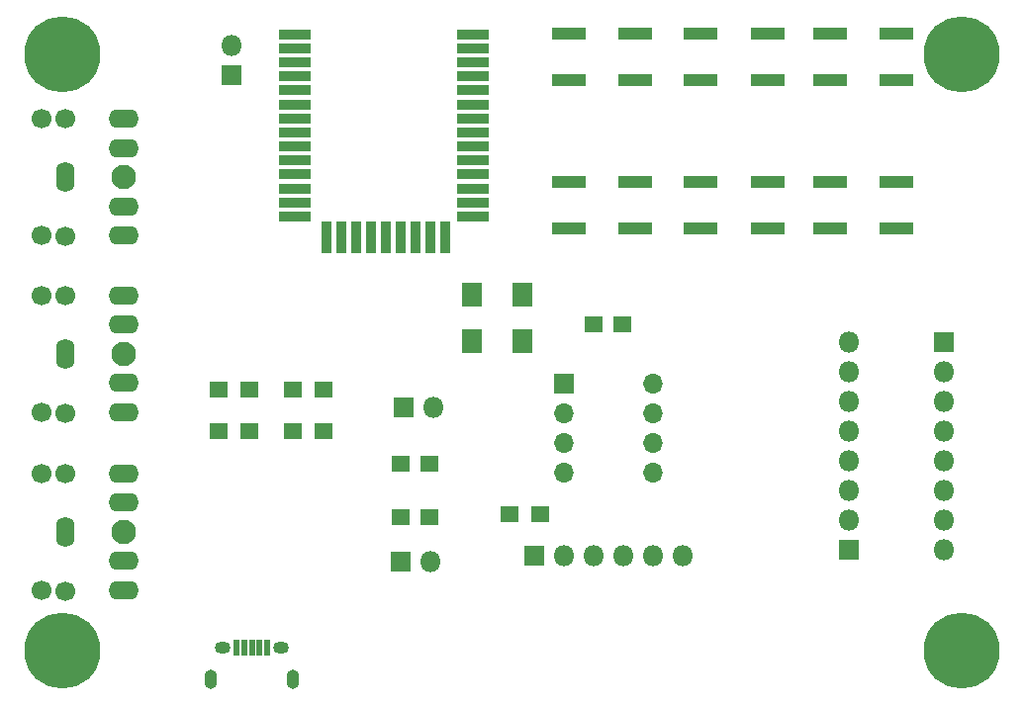
<source format=gbr>
G04 #@! TF.FileFunction,Soldermask,Top*
%FSLAX46Y46*%
G04 Gerber Fmt 4.6, Leading zero omitted, Abs format (unit mm)*
G04 Created by KiCad (PCBNEW 4.0.6) date Wednesday, April 11, 2018 'PMt' 08:09:55 PM*
%MOMM*%
%LPD*%
G01*
G04 APERTURE LIST*
%ADD10C,0.100000*%
%ADD11R,2.850000X1.100000*%
%ADD12C,6.500000*%
%ADD13O,1.600000X2.600000*%
%ADD14O,2.600000X1.600000*%
%ADD15C,2.100000*%
%ADD16C,1.700000*%
%ADD17R,0.950000X2.800000*%
%ADD18R,2.800000X0.860000*%
%ADD19R,1.600000X1.350000*%
%ADD20R,1.800000X1.800000*%
%ADD21O,1.800000X1.800000*%
%ADD22R,0.500000X1.450000*%
%ADD23O,1.350000X1.050000*%
%ADD24O,1.100000X1.650000*%
%ADD25R,1.600000X1.400000*%
%ADD26R,1.700000X1.700000*%
%ADD27O,1.700000X1.700000*%
%ADD28R,1.800000X2.100000*%
G04 APERTURE END LIST*
D10*
D11*
X183307000Y-74200000D03*
X189057000Y-74200000D03*
X189057000Y-78200000D03*
X183307000Y-78200000D03*
D12*
X217000000Y-76000000D03*
D13*
X140208000Y-86487000D03*
D14*
X145208000Y-81487000D03*
X145208000Y-83987000D03*
X145208000Y-88987000D03*
X145208000Y-91487000D03*
D15*
X145208000Y-86487000D03*
D16*
X140208000Y-91567000D03*
X138208000Y-91487000D03*
X138208000Y-81487000D03*
X140208000Y-81487000D03*
D12*
X140000000Y-76000000D03*
X140000000Y-127000000D03*
D17*
X172720000Y-91590000D03*
X167640000Y-91590000D03*
X168910000Y-91590000D03*
X171450000Y-91590000D03*
X170180000Y-91590000D03*
X165100000Y-91590000D03*
X166370000Y-91590000D03*
X163830000Y-91590000D03*
X162560000Y-91590000D03*
D18*
X175170000Y-89840000D03*
X175170000Y-88640000D03*
X175170000Y-87440000D03*
X175170000Y-86240000D03*
X175170000Y-81440000D03*
X175170000Y-82640000D03*
X175170000Y-83840000D03*
X175170000Y-85040000D03*
X175170000Y-77840000D03*
X175170000Y-76640000D03*
X175170000Y-75440000D03*
X175170000Y-74240000D03*
X175170000Y-79040000D03*
X175170000Y-80240000D03*
X159870000Y-80240000D03*
X159870000Y-79040000D03*
X159870000Y-74240000D03*
X159870000Y-75440000D03*
X159870000Y-76640000D03*
X159870000Y-77840000D03*
X159870000Y-85040000D03*
X159870000Y-83840000D03*
X159870000Y-82640000D03*
X159870000Y-81440000D03*
X159870000Y-86240000D03*
X159870000Y-87440000D03*
X159870000Y-88640000D03*
X159870000Y-89840000D03*
D19*
X168930000Y-115570000D03*
X171430000Y-115570000D03*
X168930000Y-110998000D03*
X171430000Y-110998000D03*
X185440000Y-99060000D03*
X187940000Y-99060000D03*
D20*
X168910000Y-119380000D03*
D21*
X171450000Y-119380000D03*
D20*
X169164000Y-106172000D03*
D21*
X171704000Y-106172000D03*
D22*
X154910000Y-126793000D03*
X155560000Y-126793000D03*
X156210000Y-126793000D03*
X156860000Y-126793000D03*
X157510000Y-126793000D03*
D23*
X153710000Y-126793000D03*
X158710000Y-126793000D03*
D24*
X152710000Y-129493000D03*
X159710000Y-129493000D03*
D20*
X180340000Y-118872000D03*
D21*
X182880000Y-118872000D03*
X185420000Y-118872000D03*
X187960000Y-118872000D03*
X190500000Y-118872000D03*
X193040000Y-118872000D03*
D20*
X207264000Y-118364000D03*
D21*
X207264000Y-115824000D03*
X207264000Y-113284000D03*
X207264000Y-110744000D03*
X207264000Y-108204000D03*
X207264000Y-105664000D03*
X207264000Y-103124000D03*
X207264000Y-100584000D03*
D20*
X215392000Y-100584000D03*
D21*
X215392000Y-103124000D03*
X215392000Y-105664000D03*
X215392000Y-108204000D03*
X215392000Y-110744000D03*
X215392000Y-113284000D03*
X215392000Y-115824000D03*
X215392000Y-118364000D03*
D25*
X153336000Y-108204000D03*
X156036000Y-108204000D03*
X153336000Y-104648000D03*
X156036000Y-104648000D03*
X159686000Y-104648000D03*
X162386000Y-104648000D03*
X162386000Y-108204000D03*
X159686000Y-108204000D03*
D11*
X194610000Y-74200000D03*
X200360000Y-74200000D03*
X200360000Y-78200000D03*
X194610000Y-78200000D03*
X183307000Y-86900000D03*
X189057000Y-86900000D03*
X189057000Y-90900000D03*
X183307000Y-90900000D03*
X194610000Y-86900000D03*
X200360000Y-86900000D03*
X200360000Y-90900000D03*
X194610000Y-90900000D03*
X205659000Y-86900000D03*
X211409000Y-86900000D03*
X211409000Y-90900000D03*
X205659000Y-90900000D03*
X205659000Y-74200000D03*
X211409000Y-74200000D03*
X211409000Y-78200000D03*
X205659000Y-78200000D03*
D26*
X182880000Y-104140000D03*
D27*
X190500000Y-111760000D03*
X182880000Y-106680000D03*
X190500000Y-109220000D03*
X182880000Y-109220000D03*
X190500000Y-106680000D03*
X182880000Y-111760000D03*
X190500000Y-104140000D03*
D25*
X178228000Y-115316000D03*
X180928000Y-115316000D03*
D28*
X179324000Y-96552000D03*
X179324000Y-100552000D03*
X175006000Y-96552000D03*
X175006000Y-100552000D03*
D13*
X140208000Y-101600000D03*
D14*
X145208000Y-96600000D03*
X145208000Y-99100000D03*
X145208000Y-104100000D03*
X145208000Y-106600000D03*
D15*
X145208000Y-101600000D03*
D16*
X140208000Y-106680000D03*
X138208000Y-106600000D03*
X138208000Y-96600000D03*
X140208000Y-96600000D03*
D13*
X140208000Y-116840000D03*
D14*
X145208000Y-111840000D03*
X145208000Y-114340000D03*
X145208000Y-119340000D03*
X145208000Y-121840000D03*
D15*
X145208000Y-116840000D03*
D16*
X140208000Y-121920000D03*
X138208000Y-121840000D03*
X138208000Y-111840000D03*
X140208000Y-111840000D03*
D20*
X154432000Y-77724000D03*
D21*
X154432000Y-75184000D03*
D12*
X217000000Y-127000000D03*
M02*

</source>
